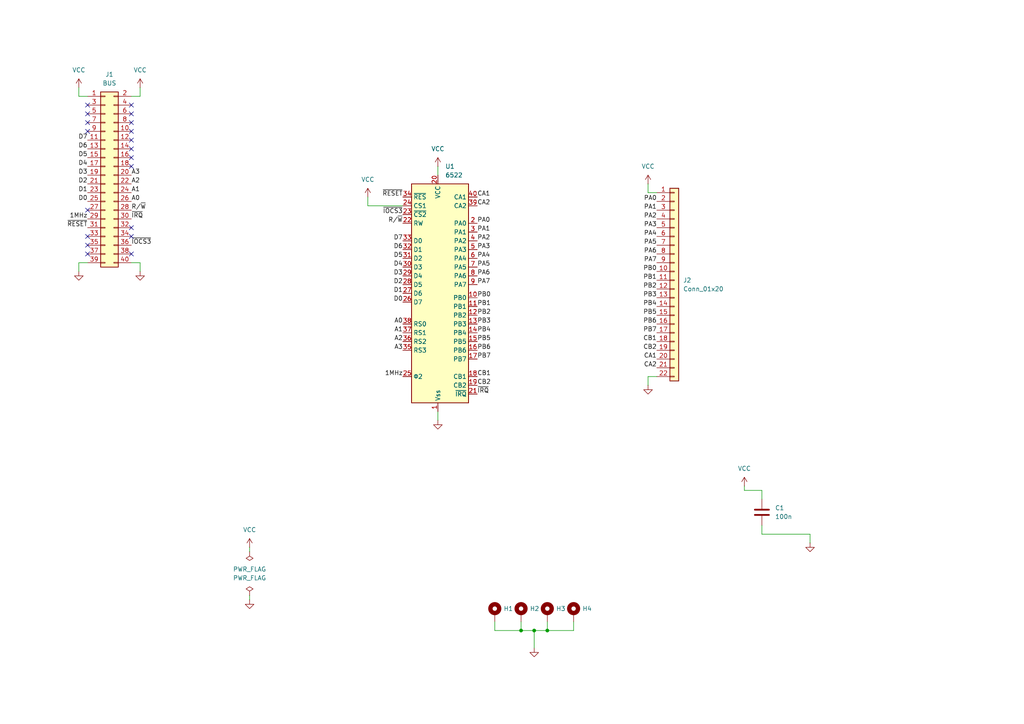
<source format=kicad_sch>
(kicad_sch (version 20250114) (generator "eeschema") (generator_version "9.0")
  (paper "A4")
  (lib_symbols
    (symbol "Connector_Generic:Conn_01x22" (pin_names (offset 1.016) (hide yes))
      (property "Reference" "J" (at 0 27.94 0))
      (property "Value" "Conn_01x22" (at 0 -30.48 0))
      (symbol "Conn_01x22_1_1"
        (rectangle (start -1.27 26.67) (end 1.27 -29.21) (stroke (width 0.254)) (fill (type background)))
        (rectangle (start -1.27 25.527) (end 0 25.273) (stroke (width 0.1524)))
        (rectangle (start -1.27 22.987) (end 0 22.733) (stroke (width 0.1524)))
        (rectangle (start -1.27 20.447) (end 0 20.193) (stroke (width 0.1524)))
        (rectangle (start -1.27 17.907) (end 0 17.653) (stroke (width 0.1524)))
        (rectangle (start -1.27 15.367) (end 0 15.113) (stroke (width 0.1524)))
        (rectangle (start -1.27 12.827) (end 0 12.573) (stroke (width 0.1524)))
        (rectangle (start -1.27 10.287) (end 0 10.033) (stroke (width 0.1524)))
        (rectangle (start -1.27 7.747) (end 0 7.493) (stroke (width 0.1524)))
        (rectangle (start -1.27 5.207) (end 0 4.953) (stroke (width 0.1524)))
        (rectangle (start -1.27 2.667) (end 0 2.413) (stroke (width 0.1524)))
        (rectangle (start -1.27 0.127) (end 0 -0.127) (stroke (width 0.1524)))
        (rectangle (start -1.27 -2.413) (end 0 -2.667) (stroke (width 0.1524)))
        (rectangle (start -1.27 -4.953) (end 0 -5.207) (stroke (width 0.1524)))
        (rectangle (start -1.27 -7.493) (end 0 -7.747) (stroke (width 0.1524)))
        (rectangle (start -1.27 -10.033) (end 0 -10.287) (stroke (width 0.1524)))
        (rectangle (start -1.27 -12.573) (end 0 -12.827) (stroke (width 0.1524)))
        (rectangle (start -1.27 -15.113) (end 0 -15.367) (stroke (width 0.1524)))
        (rectangle (start -1.27 -17.653) (end 0 -17.907) (stroke (width 0.1524)))
        (rectangle (start -1.27 -20.193) (end 0 -20.447) (stroke (width 0.1524)))
        (rectangle (start -1.27 -22.733) (end 0 -22.987) (stroke (width 0.1524)))
        (rectangle (start -1.27 -25.273) (end 0 -25.527) (stroke (width 0.1524)))
        (rectangle (start -1.27 -27.813) (end 0 -28.067) (stroke (width 0.1524)))
        (pin passive line (at -5.08 25.4 0) (length 3.81) (name "Pin_1") (number "1"))
        (pin passive line (at -5.08 22.86 0) (length 3.81) (name "Pin_2") (number "2"))
        (pin passive line (at -5.08 20.32 0) (length 3.81) (name "Pin_3") (number "3"))
        (pin passive line (at -5.08 17.78 0) (length 3.81) (name "Pin_4") (number "4"))
        (pin passive line (at -5.08 15.24 0) (length 3.81) (name "Pin_5") (number "5"))
        (pin passive line (at -5.08 12.7 0) (length 3.81) (name "Pin_6") (number "6"))
        (pin passive line (at -5.08 10.16 0) (length 3.81) (name "Pin_7") (number "7"))
        (pin passive line (at -5.08 7.62 0) (length 3.81) (name "Pin_8") (number "8"))
        (pin passive line (at -5.08 5.08 0) (length 3.81) (name "Pin_9") (number "9"))
        (pin passive line (at -5.08 2.54 0) (length 3.81) (name "Pin_10") (number "10"))
        (pin passive line (at -5.08 0 0) (length 3.81) (name "Pin_11") (number "11"))
        (pin passive line (at -5.08 -2.54 0) (length 3.81) (name "Pin_12") (number "12"))
        (pin passive line (at -5.08 -5.08 0) (length 3.81) (name "Pin_13") (number "13"))
        (pin passive line (at -5.08 -7.62 0) (length 3.81) (name "Pin_14") (number "14"))
        (pin passive line (at -5.08 -10.16 0) (length 3.81) (name "Pin_15") (number "15"))
        (pin passive line (at -5.08 -12.7 0) (length 3.81) (name "Pin_16") (number "16"))
        (pin passive line (at -5.08 -15.24 0) (length 3.81) (name "Pin_17") (number "17"))
        (pin passive line (at -5.08 -17.78 0) (length 3.81) (name "Pin_18") (number "18"))
        (pin passive line (at -5.08 -20.32 0) (length 3.81) (name "Pin_19") (number "19"))
        (pin passive line (at -5.08 -22.86 0) (length 3.81) (name "Pin_20") (number "20"))
        (pin passive line (at -5.08 -25.4 0) (length 3.81) (name "Pin_21") (number "21"))
        (pin passive line (at -5.08 -27.94 0) (length 3.81) (name "Pin_22") (number "22"))
      )
    )
    (symbol "Connector_Generic:Conn_02x20_Odd_Even" (pin_names (offset 1.016) (hide yes))
      (property "Reference" "J" (at 1.27 25.4 0))
      (property "Value" "Conn_02x20_Odd_Even" (at 1.27 -27.94 0))
      (symbol "Conn_02x20_Odd_Even_1_1"
        (rectangle (start -1.27 24.13) (end 3.81 -26.67) (stroke (width 0.254)) (fill (type background)))
        (rectangle (start -1.27 22.987) (end 0 22.733) (stroke (width 0.1524)))
        (rectangle (start -1.27 20.447) (end 0 20.193) (stroke (width 0.1524)))
        (rectangle (start -1.27 17.907) (end 0 17.653) (stroke (width 0.1524)))
        (rectangle (start -1.27 15.367) (end 0 15.113) (stroke (width 0.1524)))
        (rectangle (start -1.27 12.827) (end 0 12.573) (stroke (width 0.1524)))
        (rectangle (start -1.27 10.287) (end 0 10.033) (stroke (width 0.1524)))
        (rectangle (start -1.27 7.747) (end 0 7.493) (stroke (width 0.1524)))
        (rectangle (start -1.27 5.207) (end 0 4.953) (stroke (width 0.1524)))
        (rectangle (start -1.27 2.667) (end 0 2.413) (stroke (width 0.1524)))
        (rectangle (start -1.27 0.127) (end 0 -0.127) (stroke (width 0.1524)))
        (rectangle (start -1.27 -2.413) (end 0 -2.667) (stroke (width 0.1524)))
        (rectangle (start -1.27 -4.953) (end 0 -5.207) (stroke (width 0.1524)))
        (rectangle (start -1.27 -7.493) (end 0 -7.747) (stroke (width 0.1524)))
        (rectangle (start -1.27 -10.033) (end 0 -10.287) (stroke (width 0.1524)))
        (rectangle (start -1.27 -12.573) (end 0 -12.827) (stroke (width 0.1524)))
        (rectangle (start -1.27 -15.113) (end 0 -15.367) (stroke (width 0.1524)))
        (rectangle (start -1.27 -17.653) (end 0 -17.907) (stroke (width 0.1524)))
        (rectangle (start -1.27 -20.193) (end 0 -20.447) (stroke (width 0.1524)))
        (rectangle (start -1.27 -22.733) (end 0 -22.987) (stroke (width 0.1524)))
        (rectangle (start -1.27 -25.273) (end 0 -25.527) (stroke (width 0.1524)))
        (rectangle (start 3.81 22.987) (end 2.54 22.733) (stroke (width 0.1524)))
        (rectangle (start 3.81 20.447) (end 2.54 20.193) (stroke (width 0.1524)))
        (rectangle (start 3.81 17.907) (end 2.54 17.653) (stroke (width 0.1524)))
        (rectangle (start 3.81 15.367) (end 2.54 15.113) (stroke (width 0.1524)))
        (rectangle (start 3.81 12.827) (end 2.54 12.573) (stroke (width 0.1524)))
        (rectangle (start 3.81 10.287) (end 2.54 10.033) (stroke (width 0.1524)))
        (rectangle (start 3.81 7.747) (end 2.54 7.493) (stroke (width 0.1524)))
        (rectangle (start 3.81 5.207) (end 2.54 4.953) (stroke (width 0.1524)))
        (rectangle (start 3.81 2.667) (end 2.54 2.413) (stroke (width 0.1524)))
        (rectangle (start 3.81 0.127) (end 2.54 -0.127) (stroke (width 0.1524)))
        (rectangle (start 3.81 -2.413) (end 2.54 -2.667) (stroke (width 0.1524)))
        (rectangle (start 3.81 -4.953) (end 2.54 -5.207) (stroke (width 0.1524)))
        (rectangle (start 3.81 -7.493) (end 2.54 -7.747) (stroke (width 0.1524)))
        (rectangle (start 3.81 -10.033) (end 2.54 -10.287) (stroke (width 0.1524)))
        (rectangle (start 3.81 -12.573) (end 2.54 -12.827) (stroke (width 0.1524)))
        (rectangle (start 3.81 -15.113) (end 2.54 -15.367) (stroke (width 0.1524)))
        (rectangle (start 3.81 -17.653) (end 2.54 -17.907) (stroke (width 0.1524)))
        (rectangle (start 3.81 -20.193) (end 2.54 -20.447) (stroke (width 0.1524)))
        (rectangle (start 3.81 -22.733) (end 2.54 -22.987) (stroke (width 0.1524)))
        (rectangle (start 3.81 -25.273) (end 2.54 -25.527) (stroke (width 0.1524)))
        (pin passive line (at -5.08 22.86 0) (length 3.81) (name "Pin_1") (number "1"))
        (pin passive line (at -5.08 20.32 0) (length 3.81) (name "Pin_3") (number "3"))
        (pin passive line (at -5.08 17.78 0) (length 3.81) (name "Pin_5") (number "5"))
        (pin passive line (at -5.08 15.24 0) (length 3.81) (name "Pin_7") (number "7"))
        (pin passive line (at -5.08 12.7 0) (length 3.81) (name "Pin_9") (number "9"))
        (pin passive line (at -5.08 10.16 0) (length 3.81) (name "Pin_11") (number "11"))
        (pin passive line (at -5.08 7.62 0) (length 3.81) (name "Pin_13") (number "13"))
        (pin passive line (at -5.08 5.08 0) (length 3.81) (name "Pin_15") (number "15"))
        (pin passive line (at -5.08 2.54 0) (length 3.81) (name "Pin_17") (number "17"))
        (pin passive line (at -5.08 0 0) (length 3.81) (name "Pin_19") (number "19"))
        (pin passive line (at -5.08 -2.54 0) (length 3.81) (name "Pin_21") (number "21"))
        (pin passive line (at -5.08 -5.08 0) (length 3.81) (name "Pin_23") (number "23"))
        (pin passive line (at -5.08 -7.62 0) (length 3.81) (name "Pin_25") (number "25"))
        (pin passive line (at -5.08 -10.16 0) (length 3.81) (name "Pin_27") (number "27"))
        (pin passive line (at -5.08 -12.7 0) (length 3.81) (name "Pin_29") (number "29"))
        (pin passive line (at -5.08 -15.24 0) (length 3.81) (name "Pin_31") (number "31"))
        (pin passive line (at -5.08 -17.78 0) (length 3.81) (name "Pin_33") (number "33"))
        (pin passive line (at -5.08 -20.32 0) (length 3.81) (name "Pin_35") (number "35"))
        (pin passive line (at -5.08 -22.86 0) (length 3.81) (name "Pin_37") (number "37"))
        (pin passive line (at -5.08 -25.4 0) (length 3.81) (name "Pin_39") (number "39"))
        (pin passive line (at 7.62 22.86 180) (length 3.81) (name "Pin_2") (number "2"))
        (pin passive line (at 7.62 20.32 180) (length 3.81) (name "Pin_4") (number "4"))
        (pin passive line (at 7.62 17.78 180) (length 3.81) (name "Pin_6") (number "6"))
        (pin passive line (at 7.62 15.24 180) (length 3.81) (name "Pin_8") (number "8"))
        (pin passive line (at 7.62 12.7 180) (length 3.81) (name "Pin_10") (number "10"))
        (pin passive line (at 7.62 10.16 180) (length 3.81) (name "Pin_12") (number "12"))
        (pin passive line (at 7.62 7.62 180) (length 3.81) (name "Pin_14") (number "14"))
        (pin passive line (at 7.62 5.08 180) (length 3.81) (name "Pin_16") (number "16"))
        (pin passive line (at 7.62 2.54 180) (length 3.81) (name "Pin_18") (number "18"))
        (pin passive line (at 7.62 0 180) (length 3.81) (name "Pin_20") (number "20"))
        (pin passive line (at 7.62 -2.54 180) (length 3.81) (name "Pin_22") (number "22"))
        (pin passive line (at 7.62 -5.08 180) (length 3.81) (name "Pin_24") (number "24"))
        (pin passive line (at 7.62 -7.62 180) (length 3.81) (name "Pin_26") (number "26"))
        (pin passive line (at 7.62 -10.16 180) (length 3.81) (name "Pin_28") (number "28"))
        (pin passive line (at 7.62 -12.7 180) (length 3.81) (name "Pin_30") (number "30"))
        (pin passive line (at 7.62 -15.24 180) (length 3.81) (name "Pin_32") (number "32"))
        (pin passive line (at 7.62 -17.78 180) (length 3.81) (name "Pin_34") (number "34"))
        (pin passive line (at 7.62 -20.32 180) (length 3.81) (name "Pin_36") (number "36"))
        (pin passive line (at 7.62 -22.86 180) (length 3.81) (name "Pin_38") (number "38"))
        (pin passive line (at 7.62 -25.4 180) (length 3.81) (name "Pin_40") (number "40"))
      )
    )
    (symbol "Device:C" (pin_numbers (hide yes)) (pin_names (offset 0.254))
      (property "Reference" "C" (at 0.635 2.54 0))
      (property "Value" "C" (at 0.635 -2.54 0))
      (symbol "C_0_1"
        (polyline (pts (xy -2.032 0.762) (xy 2.032 0.762)) (stroke (width 0.508)))
        (polyline (pts (xy -2.032 -0.762) (xy 2.032 -0.762)) (stroke (width 0.508)))
      )
      (symbol "C_1_1"
        (pin passive line (at 0 3.81 270) (length 2.794) (name "~") (number "1"))
        (pin passive line (at 0 -3.81 90) (length 2.794) (name "~") (number "2"))
      )
    )
    (symbol "Griffin-IO:6522"
      (property "Reference" "U" (at -7.62 34.29 0))
      (property "Value" "6522" (at 0 2.54 90))
      (symbol "6522_0_1"
        (rectangle (start -7.62 33.02) (end 8.89 -30.48) (stroke (width 0.254)) (fill (type background)))
      )
      (symbol "6522_1_1"
        (pin input line (at -10.16 29.21 0) (length 2.54) (name "~{RES}") (number "34"))
        (pin input line (at -10.16 26.67 0) (length 2.54) (name "CS1") (number "24"))
        (pin input line (at -10.16 24.13 0) (length 2.54) (name "~{CS2}") (number "23"))
        (pin input line (at -10.16 21.59 0) (length 2.54) (name "RW") (number "22"))
        (pin tri_state line (at -10.16 16.51 0) (length 2.54) (name "D0") (number "33"))
        (pin tri_state line (at -10.16 13.97 0) (length 2.54) (name "D1") (number "32"))
        (pin tri_state line (at -10.16 11.43 0) (length 2.54) (name "D2") (number "31"))
        (pin tri_state line (at -10.16 8.89 0) (length 2.54) (name "D3") (number "30"))
        (pin tri_state line (at -10.16 6.35 0) (length 2.54) (name "D4") (number "29"))
        (pin tri_state line (at -10.16 3.81 0) (length 2.54) (name "D5") (number "28"))
        (pin tri_state line (at -10.16 1.27 0) (length 2.54) (name "D6") (number "27"))
        (pin tri_state line (at -10.16 -1.27 0) (length 2.54) (name "D7") (number "26"))
        (pin input line (at -10.16 -7.62 0) (length 2.54) (name "RS0") (number "38"))
        (pin input line (at -10.16 -10.16 0) (length 2.54) (name "RS1") (number "37"))
        (pin input line (at -10.16 -12.7 0) (length 2.54) (name "RS2") (number "36"))
        (pin input line (at -10.16 -15.24 0) (length 2.54) (name "RS3") (number "35"))
        (pin input line (at -10.16 -22.86 0) (length 2.54) (name "Φ2") (number "25"))
        (pin power_in line (at 0 35.56 270) (length 2.54) (name "VCC") (number "20"))
        (pin power_in line (at 0 -33.02 90) (length 2.54) (name "Vss") (number "1"))
        (pin input line (at 11.43 29.21 180) (length 2.54) (name "CA1") (number "40"))
        (pin output line (at 11.43 26.67 180) (length 2.54) (name "CA2") (number "39"))
        (pin bidirectional line (at 11.43 21.59 180) (length 2.54) (name "PA0") (number "2"))
        (pin bidirectional line (at 11.43 19.05 180) (length 2.54) (name "PA1") (number "3"))
        (pin bidirectional line (at 11.43 16.51 180) (length 2.54) (name "PA2") (number "4"))
        (pin bidirectional line (at 11.43 13.97 180) (length 2.54) (name "PA3") (number "5"))
        (pin bidirectional line (at 11.43 11.43 180) (length 2.54) (name "PA4") (number "6"))
        (pin bidirectional line (at 11.43 8.89 180) (length 2.54) (name "PA5") (number "7"))
        (pin bidirectional line (at 11.43 6.35 180) (length 2.54) (name "PA6") (number "8"))
        (pin bidirectional line (at 11.43 3.81 180) (length 2.54) (name "PA7") (number "9"))
        (pin bidirectional line (at 11.43 0 180) (length 2.54) (name "PB0") (number "10"))
        (pin bidirectional line (at 11.43 -2.54 180) (length 2.54) (name "PB1") (number "11"))
        (pin bidirectional line (at 11.43 -5.08 180) (length 2.54) (name "PB2") (number "12"))
        (pin bidirectional line (at 11.43 -7.62 180) (length 2.54) (name "PB3") (number "13"))
        (pin bidirectional line (at 11.43 -10.16 180) (length 2.54) (name "PB4") (number "14"))
        (pin bidirectional line (at 11.43 -12.7 180) (length 2.54) (name "PB5") (number "15"))
        (pin bidirectional line (at 11.43 -15.24 180) (length 2.54) (name "PB6") (number "16"))
        (pin bidirectional line (at 11.43 -17.78 180) (length 2.54) (name "PB7") (number "17"))
        (pin output line (at 11.43 -22.86 180) (length 2.54) (name "CB1") (number "18"))
        (pin output line (at 11.43 -25.4 180) (length 2.54) (name "CB2") (number "19"))
        (pin output line (at 11.43 -27.94 180) (length 2.54) (name "~{IRQ}") (number "21"))
      )
    )
    (symbol "Mechanical:MountingHole_Pad" (pin_numbers (hide yes)) (pin_names (offset 1.016) (hide yes)) (in_bom no)
      (property "Reference" "H" (at 0 6.35 0))
      (property "Value" "MountingHole_Pad" (at 0 4.445 0))
      (symbol "MountingHole_Pad_0_1"
        (circle (center 0 1.27) (radius 1.27) (stroke (width 1.27)))
      )
      (symbol "MountingHole_Pad_1_1"
        (pin input line (at 0 -2.54 90) (length 2.54) (name "1") (number "1"))
      )
    )
    (symbol "power:GND" (power) (pin_numbers (hide yes)) (pin_names (offset 0) (hide yes))
      (property "Value" "GND" (at 0 -3.81 0))
      (symbol "GND_0_1"
        (polyline (pts (xy 0 0) (xy 0 -1.27) (xy 1.27 -1.27) (xy 0 -2.54) (xy -1.27 -1.27) (xy 0 -1.27)))
      )
      (symbol "GND_1_1"
        (pin power_in line (at 0 0 270) (length 0) (name "~") (number "1"))
      )
    )
    (symbol "power:PWR_FLAG" (power) (pin_numbers (hide yes)) (pin_names (offset 0) (hide yes))
      (property "Value" "PWR_FLAG" (at 0 3.81 0))
      (symbol "PWR_FLAG_0_0"
        (pin power_out line (at 0 0 90) (length 0) (name "~") (number "1"))
      )
      (symbol "PWR_FLAG_0_1"
        (polyline (pts (xy 0 0) (xy 0 1.27) (xy -1.016 1.905) (xy 0 2.54) (xy 1.016 1.905) (xy 0 1.27)))
      )
    )
    (symbol "power:VCC" (power) (pin_numbers (hide yes)) (pin_names (offset 0) (hide yes))
      (property "Value" "VCC" (at 0 3.556 0))
      (symbol "VCC_0_1"
        (polyline (pts (xy -0.762 1.27) (xy 0 2.54)))
        (polyline (pts (xy 0 2.54) (xy 0.762 1.27)))
        (polyline (pts (xy 0 0) (xy 0 2.54)))
      )
      (symbol "VCC_1_1"
        (pin power_in line (at 0 0 90) (length 0) (name "~") (number "1"))
      )
    )
  )
  (junction (at 154.94 182.88))
  (junction (at 158.75 182.88))
  (junction (at 151.13 182.88))
  (no_connect (at 38.1 40.64))
  (no_connect (at 25.4 71.12))
  (no_connect (at 38.1 66.04))
  (no_connect (at 25.4 68.58))
  (no_connect (at 25.4 33.02))
  (no_connect (at 25.4 35.56))
  (no_connect (at 38.1 45.72))
  (no_connect (at 38.1 30.48))
  (no_connect (at 38.1 73.66))
  (no_connect (at 38.1 43.18))
  (no_connect (at 38.1 68.58))
  (no_connect (at 25.4 30.48))
  (no_connect (at 38.1 33.02))
  (no_connect (at 25.4 60.96))
  (no_connect (at 38.1 48.26))
  (no_connect (at 25.4 38.1))
  (no_connect (at 38.1 38.1))
  (no_connect (at 38.1 35.56))
  (no_connect (at 25.4 73.66))
  (wire (pts (xy 127 121.92) (xy 127 119.38)))
  (wire (pts (xy 143.51 180.34) (xy 143.51 182.88)))
  (wire (pts (xy 166.37 182.88) (xy 166.37 180.34)))
  (wire (pts (xy 151.13 182.88) (xy 154.94 182.88)))
  (wire (pts (xy 220.98 152.4) (xy 220.98 154.94)))
  (wire (pts (xy 158.75 180.34) (xy 158.75 182.88)))
  (wire (pts (xy 72.39 172.72) (xy 72.39 173.99)))
  (wire (pts (xy 22.86 25.4) (xy 22.86 27.94)))
  (wire (pts (xy 187.96 53.34) (xy 187.96 55.88)))
  (wire (pts (xy 25.4 27.94) (xy 22.86 27.94)))
  (wire (pts (xy 72.39 158.75) (xy 72.39 160.02)))
  (wire (pts (xy 190.5 55.88) (xy 187.96 55.88)))
  (wire (pts (xy 40.64 78.74) (xy 40.64 76.2)))
  (wire (pts (xy 215.9 142.24) (xy 220.98 142.24)))
  (wire (pts (xy 22.86 76.2) (xy 25.4 76.2)))
  (wire (pts (xy 143.51 182.88) (xy 151.13 182.88)))
  (wire (pts (xy 234.95 157.48) (xy 234.95 154.94)))
  (wire (pts (xy 127 48.26) (xy 127 50.8)))
  (wire (pts (xy 187.96 111.76) (xy 187.96 109.22)))
  (wire (pts (xy 38.1 27.94) (xy 40.64 27.94)))
  (wire (pts (xy 187.96 109.22) (xy 190.5 109.22)))
  (wire (pts (xy 106.68 59.69) (xy 116.84 59.69)))
  (wire (pts (xy 40.64 76.2) (xy 38.1 76.2)))
  (wire (pts (xy 215.9 140.97) (xy 215.9 142.24)))
  (wire (pts (xy 22.86 78.74) (xy 22.86 76.2)))
  (wire (pts (xy 151.13 180.34) (xy 151.13 182.88)))
  (wire (pts (xy 158.75 182.88) (xy 166.37 182.88)))
  (wire (pts (xy 220.98 154.94) (xy 234.95 154.94)))
  (wire (pts (xy 154.94 182.88) (xy 158.75 182.88)))
  (wire (pts (xy 106.68 57.15) (xy 106.68 59.69)))
  (wire (pts (xy 154.94 182.88) (xy 154.94 187.96)))
  (wire (pts (xy 40.64 25.4) (xy 40.64 27.94)))
  (wire (pts (xy 220.98 142.24) (xy 220.98 144.78)))
  (label "A1" (at 116.84 96.52 180))
  (label "D6" (at 25.4 43.18 180))
  (label "D3" (at 25.4 50.8 180))
  (label "1MHz" (at 25.4 63.5 180))
  (label "D3" (at 116.84 80.01 180))
  (label "PA3" (at 138.43 72.39 0))
  (label "CA2" (at 190.5 106.68 180))
  (label "PB3" (at 138.43 93.98 0))
  (label "PA1" (at 138.43 67.31 0))
  (label "D0" (at 116.84 87.63 180))
  (label "A1" (at 38.1 55.88 0))
  (label "D4" (at 116.84 77.47 180))
  (label "CA2" (at 138.43 59.69 0))
  (label "PB5" (at 138.43 99.06 0))
  (label "~{IRQ}" (at 138.43 114.3 0))
  (label "R{slash}~{W}" (at 116.84 64.77 180))
  (label "D2" (at 116.84 82.55 180))
  (label "CB2" (at 138.43 111.76 0))
  (label "A2" (at 116.84 99.06 180))
  (label "D5" (at 116.84 74.93 180))
  (label "D5" (at 25.4 45.72 180))
  (label "PB1" (at 138.43 88.9 0))
  (label "D2" (at 25.4 53.34 180))
  (label "PA1" (at 190.5 60.96 180))
  (label "PA4" (at 190.5 68.58 180))
  (label "PB0" (at 138.43 86.36 0))
  (label "D1" (at 25.4 55.88 180))
  (label "A2" (at 38.1 53.34 0))
  (label "PA7" (at 190.5 76.2 180))
  (label "1MHz" (at 116.84 109.22 180))
  (label "PA2" (at 138.43 69.85 0))
  (label "~{RESET}" (at 25.4 66.04 180))
  (label "PB7" (at 190.5 96.52 180))
  (label "A3" (at 116.84 101.6 180))
  (label "PB6" (at 190.5 93.98 180))
  (label "~{IRQ}" (at 38.1 63.5 0))
  (label "PA0" (at 190.5 58.42 180))
  (label "A3" (at 38.1 50.8 0))
  (label "CB2" (at 190.5 101.6 180))
  (label "PB7" (at 138.43 104.14 0))
  (label "PA4" (at 138.43 74.93 0))
  (label "PA2" (at 190.5 63.5 180))
  (label "D1" (at 116.84 85.09 180))
  (label "PB6" (at 138.43 101.6 0))
  (label "PA7" (at 138.43 82.55 0))
  (label "PA6" (at 138.43 80.01 0))
  (label "CB1" (at 190.5 99.06 180))
  (label "~{IOCS3}" (at 38.1 71.12 0))
  (label "PA6" (at 190.5 73.66 180))
  (label "D6" (at 116.84 72.39 180))
  (label "D0" (at 25.4 58.42 180))
  (label "PB4" (at 138.43 96.52 0))
  (label "PA5" (at 190.5 71.12 180))
  (label "PA3" (at 190.5 66.04 180))
  (label "PA0" (at 138.43 64.77 0))
  (label "PB2" (at 190.5 83.82 180))
  (label "PA5" (at 138.43 77.47 0))
  (label "PB5" (at 190.5 91.44 180))
  (label "~{IOCS3}" (at 116.84 62.23 180))
  (label "PB3" (at 190.5 86.36 180))
  (label "R{slash}~{W}" (at 38.1 60.96 0))
  (label "PB1" (at 190.5 81.28 180))
  (label "D7" (at 25.4 40.64 180))
  (label "CA1" (at 190.5 104.14 180))
  (label "D4" (at 25.4 48.26 180))
  (label "D7" (at 116.84 69.85 180))
  (label "A0" (at 116.84 93.98 180))
  (label "A0" (at 38.1 58.42 0))
  (label "PB2" (at 138.43 91.44 0))
  (label "PB0" (at 190.5 78.74 180))
  (label "~{RESET}" (at 116.84 57.15 180))
  (label "PB4" (at 190.5 88.9 180))
  (label "CA1" (at 138.43 57.15 0))
  (label "CB1" (at 138.43 109.22 0))
  (symbol (lib_id "power:GND") (at 234.95 157.48 0) (mirror y) (unit 1)
    (property "Reference" "#PWR036" (effects (hide yes)))
    (property "Value" "GND" (effects (hide yes)))
    (property "Description" "Power symbol creates a global label with name \"GND\" , ground" (effects (hide yes)))
  )
  (symbol (lib_id "power:GND") (at 72.39 173.99 0) (mirror y) (unit 1)
    (property "Reference" "#PWR035" (effects (hide yes)))
    (property "Value" "GND" (effects (hide yes)))
    (property "Description" "Power symbol creates a global label with name \"GND\" , ground" (effects (hide yes)))
  )
  (symbol (lib_id "power:GND") (at 154.94 187.96 0) (unit 1)
    (property "Reference" "#PWR020" (effects (hide yes)))
    (property "Value" "GND" (effects (hide yes)))
    (property "Description" "Power symbol creates a global label with name \"GND\" , ground" (effects (hide yes)))
  )
  (symbol (lib_id "Connector_Generic:Conn_02x20_Odd_Even") (at 30.48 50.8 0) (unit 1)
    (property "Reference" "J1" (at 31.75 21.59 0))
    (property "Value" "BUS" (at 31.75 24.13 0))
    (property "Footprint" "Connector_PinHeader_2.54mm:PinHeader_2x20_P2.54mm_Vertical" (effects (hide yes)))
    (property "Description" "Generic connector, double row, 02x20, odd/even pin numbering scheme (row 1 odd numbers, row 2 even numbers), script generated (kicad-library-utils/schlib/autogen/connector/)" (effects (hide yes)))
    (property "Mouser" "649-1012938294004BLF" (effects (hide yes)))
  )
  (symbol (lib_id "power:VCC") (at 215.9 140.97 0) (unit 1)
    (property "Reference" "#PWR039" (effects (hide yes)))
    (property "Value" "VCC" (at 215.9 135.89 0))
    (property "Description" "Power symbol creates a global label with name \"VCC\"" (effects (hide yes)))
  )
  (symbol (lib_id "power:PWR_FLAG") (at 72.39 160.02 180) (unit 1)
    (property "Reference" "#FLG02" (effects (hide yes)))
    (property "Value" "PWR_FLAG" (at 72.39 165.1 0))
    (property "Description" "Special symbol for telling ERC where power comes from" (effects (hide yes)))
  )
  (symbol (lib_id "power:GND") (at 22.86 78.74 0) (unit 1)
    (property "Reference" "#PWR022" (effects (hide yes)))
    (property "Value" "GND" (effects (hide yes)))
    (property "Description" "Power symbol creates a global label with name \"GND\" , ground" (effects (hide yes)))
  )
  (symbol (lib_id "power:GND") (at 40.64 78.74 0) (mirror y) (unit 1)
    (property "Reference" "#PWR021" (effects (hide yes)))
    (property "Value" "GND" (effects (hide yes)))
    (property "Description" "Power symbol creates a global label with name \"GND\" , ground" (effects (hide yes)))
  )
  (symbol (lib_id "power:VCC") (at 40.64 25.4 0) (unit 1)
    (property "Reference" "#PWR023" (effects (hide yes)))
    (property "Value" "VCC" (at 40.64 20.32 0))
    (property "Description" "Power symbol creates a global label with name \"VCC\"" (effects (hide yes)))
  )
  (symbol (lib_id "Device:C") (at 220.98 148.59 0) (unit 1) (in_bom no)
    (property "Reference" "C1" (at 224.79 147.3199 0) (effects (justify left)))
    (property "Value" "100n" (at 224.79 149.8599 0) (effects (justify left)))
    (property "Footprint" "Capacitor_THT:C_Disc_D4.3mm_W1.9mm_P5.00mm" (effects (hide yes)))
    (property "Description" "Unpolarized capacitor" (effects (hide yes)))
  )
  (symbol (lib_id "Mechanical:MountingHole_Pad") (at 166.37 177.8 0) (unit 1) (in_bom no)
    (property "Reference" "H4" (at 168.91 176.5299 0) (effects (justify left)))
    (property "Value" "MountingHole_Pad" (effects (hide yes)))
    (property "Footprint" "MountingHole:MountingHole_3.2mm_M3_Pad_Via" (effects (hide yes)))
    (property "Description" "Mounting Hole with connection" (effects (hide yes)))
  )
  (symbol (lib_id "power:VCC") (at 127 48.26 0) (unit 1)
    (property "Reference" "#PWR026" (effects (hide yes)))
    (property "Value" "VCC" (at 127 43.18 0))
    (property "Description" "Power symbol creates a global label with name \"VCC\"" (effects (hide yes)))
  )
  (symbol (lib_id "power:GND") (at 127 121.92 0) (mirror y) (unit 1)
    (property "Reference" "#PWR027" (effects (hide yes)))
    (property "Value" "GND" (effects (hide yes)))
    (property "Description" "Power symbol creates a global label with name \"GND\" , ground" (effects (hide yes)))
  )
  (symbol (lib_id "power:VCC") (at 22.86 25.4 0) (unit 1)
    (property "Reference" "#PWR024" (effects (hide yes)))
    (property "Value" "VCC" (at 22.86 20.32 0))
    (property "Description" "Power symbol creates a global label with name \"VCC\"" (effects (hide yes)))
  )
  (symbol (lib_id "power:VCC") (at 72.39 158.75 0) (unit 1)
    (property "Reference" "#PWR034" (effects (hide yes)))
    (property "Value" "VCC" (at 72.39 153.67 0))
    (property "Description" "Power symbol creates a global label with name \"VCC\"" (effects (hide yes)))
  )
  (symbol (lib_id "Mechanical:MountingHole_Pad") (at 151.13 177.8 0) (unit 1) (in_bom no)
    (property "Reference" "H2" (at 153.67 176.5299 0) (effects (justify left)))
    (property "Value" "MountingHole_Pad" (effects (hide yes)))
    (property "Footprint" "MountingHole:MountingHole_3.2mm_M3_Pad_Via" (effects (hide yes)))
    (property "Description" "Mounting Hole with connection" (effects (hide yes)))
  )
  (symbol (lib_id "Griffin-IO:6522") (at 127 86.36 0) (unit 1)
    (property "Reference" "U1" (at 129.1433 48.26 0) (effects (justify left)))
    (property "Value" "6522" (at 129.1433 50.8 0) (effects (justify left)))
    (property "Footprint" "Package_DIP:DIP-40_W15.24mm_Socket" (effects (hide yes)))
    (property "Datasheet" "http://archive.6502.org/datasheets/mos_6522_preliminary_nov_1977.pdf" (effects (hide yes)))
    (property "Description" "MOS Versatile Interface Adapter" (effects (hide yes)))
  )
  (symbol (lib_id "power:PWR_FLAG") (at 72.39 172.72 0) (unit 1)
    (property "Reference" "#FLG01" (effects (hide yes)))
    (property "Value" "PWR_FLAG" (at 72.39 167.64 0))
    (property "Description" "Special symbol for telling ERC where power comes from" (effects (hide yes)))
  )
  (symbol (lib_id "power:VCC") (at 106.68 57.15 0) (unit 1)
    (property "Reference" "#PWR025" (effects (hide yes)))
    (property "Value" "VCC" (at 106.68 52.07 0))
    (property "Description" "Power symbol creates a global label with name \"VCC\"" (effects (hide yes)))
  )
  (symbol (lib_id "Mechanical:MountingHole_Pad") (at 158.75 177.8 0) (unit 1) (in_bom no)
    (property "Reference" "H3" (at 161.29 176.5299 0) (effects (justify left)))
    (property "Value" "MountingHole_Pad" (effects (hide yes)))
    (property "Footprint" "MountingHole:MountingHole_3.2mm_M3_Pad_Via" (effects (hide yes)))
    (property "Description" "Mounting Hole with connection" (effects (hide yes)))
  )
  (symbol (lib_id "Mechanical:MountingHole_Pad") (at 143.51 177.8 0) (unit 1) (in_bom no)
    (property "Reference" "H1" (at 146.05 176.5299 0) (effects (justify left)))
    (property "Value" "MountingHole_Pad" (effects (hide yes)))
    (property "Footprint" "MountingHole:MountingHole_3.2mm_M3_Pad_Via" (effects (hide yes)))
    (property "Description" "Mounting Hole with connection" (effects (hide yes)))
  )
  (symbol (lib_id "power:GND") (at 187.96 111.76 0) (unit 1)
    (property "Reference" "#PWR029" (effects (hide yes)))
    (property "Value" "GND" (effects (hide yes)))
    (property "Description" "Power symbol creates a global label with name \"GND\" , ground" (effects (hide yes)))
  )
  (symbol (lib_id "Connector_Generic:Conn_01x22") (at 195.58 81.28 0) (unit 1)
    (property "Reference" "J2" (at 198.12 81.2799 0) (effects (justify left)))
    (property "Value" "Conn_01x20" (at 198.12 83.8199 0) (effects (justify left)))
    (property "Footprint" "Connector_PinHeader_2.54mm:PinHeader_1x22_P2.54mm_Horizontal" (effects (hide yes)))
    (property "Description" "Generic connector, single row, 01x22, script generated (kicad-library-utils/schlib/autogen/connector/)" (effects (hide yes)))
  )
  (symbol (lib_id "power:VCC") (at 187.96 53.34 0) (unit 1)
    (property "Reference" "#PWR028" (effects (hide yes)))
    (property "Value" "VCC" (at 187.96 48.26 0))
    (property "Description" "Power symbol creates a global label with name \"VCC\"" (effects (hide yes)))
  )
)
</source>
